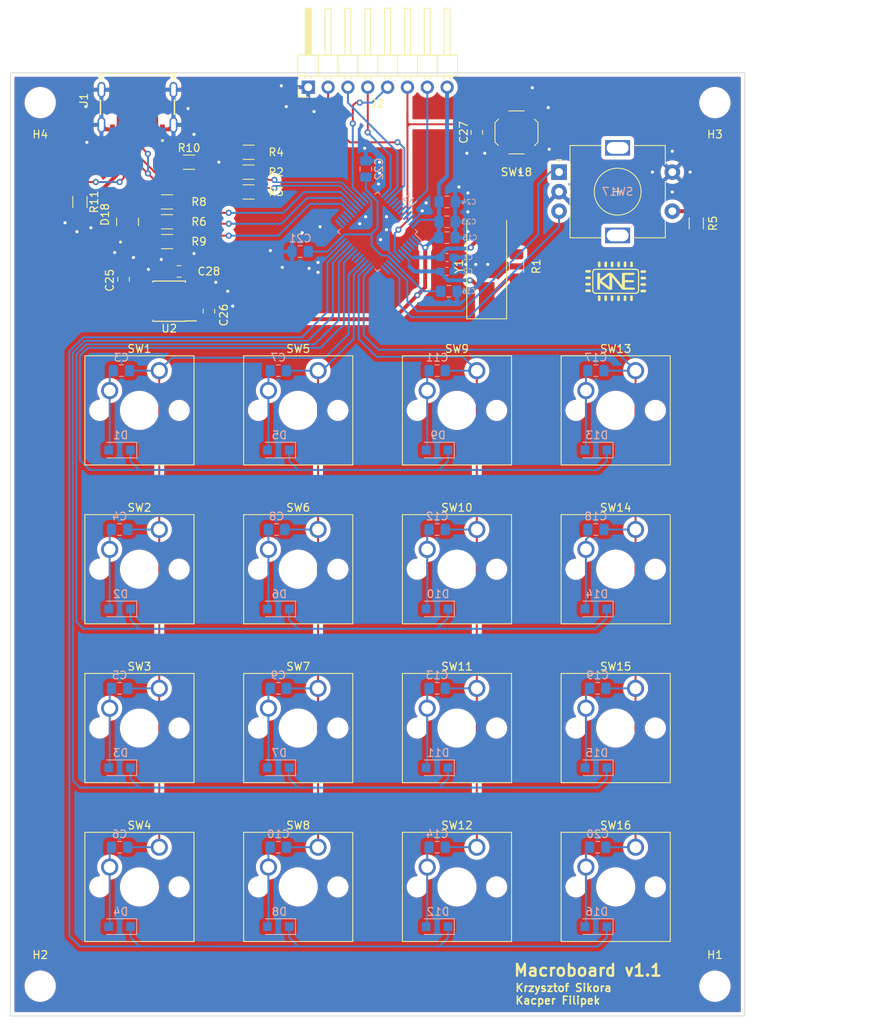
<source format=kicad_pcb>
(kicad_pcb (version 20211014) (generator pcbnew)
  (layers (0 "F.Cu" signal) (31 "B.Cu" signal) (34 "B.Paste" user) (35 "F.Paste" user) (36 "B.SilkS" user "B.Silkscreen") (37 "F.SilkS" user "F.Silkscreen") (38 "B.Mask" user) (39 "F.Mask" user) (44 "Edge.Cuts" user))
  (net 0 "")
  (net 1 "GND")
  (net 2 "Crystal+")
  (net 3 "Crystal-")
  (net 4 "COL0")
  (net 5 "Net-(C3-Pad2)")
  (net 6 "Net-(C4-Pad2)")
  (net 7 "Net-(C5-Pad2)")
  (net 8 "Net-(C6-Pad2)")
  (net 9 "COL1")
  (net 10 "Net-(C7-Pad2)")
  (net 11 "Net-(C8-Pad2)")
  (net 12 "Net-(C9-Pad2)")
  (net 13 "Net-(C10-Pad2)")
  (net 14 "COL2")
  (net 15 "Net-(C11-Pad2)")
  (net 16 "Net-(C12-Pad2)")
  (net 17 "Net-(C13-Pad2)")
  (net 18 "Net-(C14-Pad2)")
  (net 19 "VBAT")
  (net 20 "COL3")
  (net 21 "Net-(C17-Pad2)")
  (net 22 "Net-(C18-Pad2)")
  (net 23 "Net-(C19-Pad2)")
  (net 24 "Net-(C20-Pad2)")
  (net 25 "+5V")
  (net 26 "ROW0")
  (net 27 "ROW1")
  (net 28 "ROW2")
  (net 29 "ROW3")
  (net 30 "Net-(D18-Pad1)")
  (net 31 "Net-(D18-Pad3)")
  (net 32 "JTDO")
  (net 33 "JTDI")
  (net 34 "SWCLK")
  (net 35 "SWDIO")
  (net 36 "NRST")
  (net 37 "BOOT0")
  (net 38 "USBD+")
  (net 39 "USBD-")
  (net 40 "Net-(R5-Pad2)")
  (net 41 "led_blue")
  (net 42 "/DP")
  (net 43 "led_green")
  (net 44 "led_red")
  (net 45 "RotaryA")
  (net 46 "RotaryB")
  (net 62 "Net-(C28-Pad1)")
  (net 63 "Net-(D18-Pad2)")
  (net 64 "Net-(J1-PadA5)")
  (net 65 "/DN")
  (net 68 "Net-(J1-PadB5)")
  (footprint "Resistor_SMD:R_1206_3216Metric_Pad1.30x1.75mm_HandSolder" (layer "F.Cu") (at 104.2924 59.904 90)
    (fp_text reference "R5")
    (fp_text value "1k")
  )
  (footprint "Capacitor_SMD:C_0805_2012Metric_Pad1.18x1.45mm_HandSolder" (layer "F.Cu") (at 38.1 66.04 180)
    (fp_text reference "C28")
    (fp_text value "470p")
  )
  (footprint "Resistor_SMD:R_1206_3216Metric_Pad1.30x1.75mm_HandSolder" (layer "F.Cu") (at 36.55 57.15 180)
    (fp_text reference "R8")
    (fp_text value "100")
  )
  (footprint "Resistor_SMD:R_1206_3216Metric_Pad1.30x1.75mm_HandSolder" (layer "F.Cu") (at 81.28 65.405 -90)
    (fp_text reference "R1")
    (fp_text value "1M")
  )
  (footprint "Connector_PinHeader_2.54mm:PinHeader_1x08_P2.54mm_Horizontal" (layer "F.Cu") (at 54.625 42.475 90)
    (fp_text reference "J2")
    (fp_text value "Conn_01x08_Male")
  )
  (footprint "USB4800:GCT_USB4800-03-A_REVA" (layer "F.Cu") (at 32.766 42.799 180)
    (fp_text reference "J1")
    (fp_text value "USB4800-03-A_REVA")
  )
  (footprint "LED_RGB:LED_AAA3528LSEKJ3ZGKQBKS" (layer "F.Cu") (at 31.496 59.69 90)
    (fp_text reference "D18")
    (fp_text value "LED_RBGA")
  )
  (footprint "Button_Switch_SMD:SW_SPST_TL3342" (layer "F.Cu") (at 81.28 48.26 90)
    (fp_text reference "SW18")
    (fp_text value "SW_Push")
  )
  (footprint "Crystal:Crystal_SMD_HC49-SD" (layer "F.Cu") (at 77.47 65.405 90)
    (fp_text reference "Y1")
    (fp_text value "8MHz")
  )
  (footprint "Button_Switch_Keyboard:SW_Cherry_MX_1.00u_PCB" (layer "F.Cu") (at 76.2 78.74)
    (fp_text reference "SW9")
    (fp_text value "SW_Push")
  )
  (footprint "Button_Switch_Keyboard:SW_Cherry_MX_1.00u_PCB" (layer "F.Cu") (at 76.2 139.7)
    (fp_text reference "SW12")
    (fp_text value "SW_Push")
  )
  (footprint "Logo:logo" (layer "F.Cu") (at 93.98 67.31)
    (fp_text reference "G***" hide)
    (fp_text value "LOGO" hide)
  )
  (footprint "Button_Switch_Keyboard:SW_Cherry_MX_1.00u_PCB" (layer "F.Cu") (at 76.2 99.06)
    (fp_text reference "SW10")
    (fp_text value "SW_Push")
  )
  (footprint "Resistor_SMD:R_1206_3216Metric_Pad1.30x1.75mm_HandSolder" (layer "F.Cu") (at 25.4 57.15 -90)
    (fp_text reference "R11")
    (fp_text value "4.7k")
  )
  (footprint "Package_SO:PowerIntegrations_SO-8" (layer "F.Cu") (at 36.83 69.85 180)
    (fp_text reference "U2")
    (fp_text value "TC1263-33")
  )
  (footprint "Button_Switch_Keyboard:SW_Cherry_MX_1.00u_PCB" (layer "F.Cu") (at 96.52 139.7)
    (fp_text reference "SW16")
    (fp_text value "SW_Push")
  )
  (footprint "Resistor_SMD:R_1206_3216Metric_Pad1.30x1.75mm_HandSolder" (layer "F.Cu") (at 36.55 59.69 180)
    (fp_text reference "R6")
    (fp_text value "100")
  )
  (footprint "Resistor_SMD:R_1206_3216Metric_Pad1.30x1.75mm_HandSolder" (layer "F.Cu") (at 36.55 62.23 180)
    (fp_text reference "R9")
    (fp_text value "150")
  )
  (footprint "Button_Switch_Keyboard:SW_Cherry_MX_1.00u_PCB" (layer "F.Cu") (at 96.52 99.06)
    (fp_text reference "SW14")
    (fp_text value "SW_Push")
  )
  (footprint "MountingHole:MountingHole_3mm" (layer "F.Cu") (at 20.32 157.48)
    (fp_text reference "H2")
    (fp_text value "MountingHole")
  )
  (footprint "Resistor_SMD:R_1206_3216Metric_Pad1.30x1.75mm_HandSolder" (layer "F.Cu") (at 39.37 52.07)
    (fp_text reference "R10")
    (fp_text value "4.7k")
  )
  (footprint "Button_Switch_Keyboard:SW_Cherry_MX_1.00u_PCB" (layer "F.Cu") (at 55.88 78.74)
    (fp_text reference "SW5")
    (fp_text value "SW_Push")
  )
  (footprint "Resistor_SMD:R_1206_3216Metric_Pad1.30x1.75mm_HandSolder" (layer "F.Cu") (at 46.99 50.8)
    (fp_text reference "R4")
    (fp_text value "4.7k")
  )
  (footprint "MountingHole:MountingHole_3mm" (layer "F.Cu") (at 106.68 44.45)
    (fp_text reference "H3")
    (fp_text value "MountingHole")
  )
  (footprint "Button_Switch_Keyboard:SW_Cherry_MX_1.00u_PCB" (layer "F.Cu") (at 35.56 119.38)
    (fp_text reference "SW3")
    (fp_text value "SW_Push")
  )
  (footprint "Rotary_Encoder:RotaryEncoder_Alps_EC11E-Switch_Vertical_H20mm" (layer "F.Cu") (at 86.73 53.34)
    (fp_text reference "SW17")
    (fp_text value "RotaryEncoder_Switch")
  )
  (footprint "Capacitor_SMD:C_0805_2012Metric_Pad1.18x1.45mm_HandSolder" (layer "F.Cu") (at 41.91 71.12 90)
    (fp_text reference "C26")
    (fp_text value "1u")
  )
  (footprint "MountingHole:MountingHole_3mm" (layer "F.Cu") (at 20.32 44.45)
    (fp_text reference "H4")
    (fp_text value "MountingHole")
  )
  (footprint "Button_Switch_Keyboard:SW_Cherry_MX_1.00u_PCB" (layer "F.Cu") (at 35.56 139.7)
    (fp_text reference "SW4")
    (fp_text value "SW_Push")
  )
  (footprint "Button_Switch_Keyboard:SW_Cherry_MX_1.00u_PCB" (layer "F.Cu") (at 35.56 78.74)
    (fp_text reference "SW1")
    (fp_text value "SW_Push")
  )
  (footprint "Button_Switch_Keyboard:SW_Cherry_MX_1.00u_PCB" (layer "F.Cu") (at 96.52 119.38)
    (fp_text reference "SW15")
    (fp_text value "SW_Push")
  )
  (footprint "Button_Switch_Keyboard:SW_Cherry_MX_1.00u_PCB" (layer "F.Cu") (at 76.2 119.38)
    (fp_text reference "SW11")
    (fp_text value "SW_Push")
  )
  (footprint "Button_Switch_Keyboard:SW_Cherry_MX_1.00u_PCB" (layer "F.Cu") (at 96.52 78.74)
    (fp_text reference "SW13")
    (fp_text value "SW_Push")
  )
  (footprint "Button_Switch_Keyboard:SW_Cherry_MX_1.00u_PCB" (layer "F.Cu") (at 55.88 139.7)
    (fp_text reference "SW8")
    (fp_text value "SW_Push")
  )
  (footprint "Resistor_SMD:R_1206_3216Metric_Pad1.30x1.75mm_HandSolder" (layer "F.Cu") (at 46.99 53.34)
    (fp_text reference "R2")
    (fp_text value "20")
  )
  (footprint "Capacitor_SMD:C_0805_2012Metric_Pad1.18x1.45mm_HandSolder" (layer "F.Cu") (at 30.988 67.056 90)
    (fp_text reference "C25")
    (fp_text value "1u")
  )
  (footprint "MountingHole:MountingHole_3mm" (layer "F.Cu") (at 106.68 157.48)
    (fp_text reference "H1")
    (fp_text value "MountingHole")
  )
  (footprint "Capacitor_SMD:C_0805_2012Metric_Pad1.18x1.45mm_HandSolder" (layer "F.Cu") (at 76.2 48.26 90)
    (fp_text reference "C27")
    (fp_text value "100n")
  )
  (footprint "Button_Switch_Keyboard:SW_Cherry_MX_1.00u_PCB" (layer "F.Cu") (at 55.88 119.38)
    (fp_text reference "SW7")
    (fp_text value "SW_Push")
  )
  (footprint "Button_Switch_Keyboard:SW_Cherry_MX_1.00u_PCB" (layer "F.Cu") (at 35.56 99.06)
    (fp_text reference "SW2")
    (fp_text value "SW_Push")
  )
  (footprint "Button_Switch_Keyboard:SW_Cherry_MX_1.00u_PCB" (layer "F.Cu") (at 55.88 99.06)
    (fp_text reference "SW6")
    (fp_text value "SW_Push")
  )
  (footprint "Resistor_SMD:R_1206_3216Metric_Pad1.30x1.75mm_HandSolder" (layer "F.Cu") (at 46.99 55.88 180)
    (fp_text reference "R3")
    (fp_text value "20")
  )
  (footprint "Capacitor_SMD:C_0805_2012Metric_Pad1.18x1.45mm_HandSolder" (layer "B.Cu") (at 91.6725 139.7 180)
    (fp_text reference "C20")
    (fp_text value "C")
  )
  (footprint "Diode_SMD:D_SOD-123F" (layer "B.Cu") (at 50.8 109.22 180)
    (fp_text reference "D6")
    (fp_text value "D")
  )
  (footprint "Capacitor_SMD:C_0805_2012Metric_Pad1.18x1.45mm_HandSolder" (layer "B.Cu") (at 30.48 139.7 180)
    (fp_text reference "C6")
    (fp_text value "C")
  )
  (footprint "Capacitor_SMD:C_0805_2012Metric_Pad1.18x1.45mm_HandSolder" (layer "B.Cu") (at 91.6725 119.38 180)
    (fp_text reference "C19")
    (fp_text value "C")
  )
  (footprint "Capacitor_SMD:C_0805_2012Metric_Pad1.18x1.45mm_HandSolder" (layer "B.Cu") (at 72.39 57.15)
    (fp_text reference "C24")
    (fp_text value "4.7u")
  )
  (footprint "Diode_SMD:D_SOD-123F" (layer "B.Cu") (at 71.12 109.22 180)
    (fp_text reference "D10")
    (fp_text value "D")
  )
  (footprint "Capacitor_SMD:C_0805_2012Metric_Pad1.18x1.45mm_HandSolder" (layer "B.Cu") (at 50.8 78.74 180)
    (fp_text reference "C7")
    (fp_text value "C")
  )
  (footprint "Diode_SMD:D_SOD-123F" (layer "B.Cu") (at 50.8 88.9 180)
    (fp_text reference "D5")
    (fp_text value "D")
  )
  (footprint "Diode_SMD:D_SOD-123F" (layer "B.Cu") (at 50.8 149.86 180)
    (fp_text reference "D8")
    (fp_text value "D")
  )
  (footprint "Capacitor_SMD:C_0805_2012Metric_Pad1.18x1.45mm_HandSolder" (layer "B.Cu") (at 71.12 78.74 180)
    (fp_text reference "C11")
    (fp_text value "C")
  )
  (footprint "Capacitor_SMD:C_0805_2012Metric_Pad1.18x1.45mm_HandSolder" (layer "B.Cu") (at 72.39 61.722)
    (fp_text reference "C15")
    (fp_text value "10n")
  )
  (footprint "Capacitor_SMD:C_0805_2012Metric_Pad1.18x1.45mm_HandSolder" (layer "B.Cu") (at 72.39 59.69)
    (fp_text reference "C23")
    (fp_text value "100n")
  )
  (footprint "Capacitor_SMD:C_0603_1608Metric_Pad1.08x0.95mm_HandSolder" (layer "B.Cu") (at 72.39 66.04 180)
    (fp_text reference "C2")
    (fp_text value "20p")
  )
  (footprint "Diode_SMD:D_SOD-123F" (layer "B.Cu") (at 50.8 129.54 180)
    (fp_text reference "D7")
    (fp_text value "D")
  )
  (footprint "Capacitor_SMD:C_0805_2012Metric_Pad1.18x1.45mm_HandSolder" (layer "B.Cu") (at 53.594 63.5 180)
    (fp_text reference "C21")
    (fp_text value "100n")
  )
  (footprint "Diode_SMD:D_SOD-123F" (layer "B.Cu") (at 91.44 88.9 180)
    (fp_text reference "D13")
    (fp_text value "D")
  )
  (footprint "Package_QFP:LQFP-48_7x7mm_P0.5mm" (layer "B.Cu") (at 63.5 60.96 135)
    (fp_text reference "U1")
    (fp_text value "STM32F103C6Tx")
  )
  (footprint "Capacitor_SMD:C_0805_2012Metric_Pad1.18x1.45mm_HandSolder" (layer "B.Cu") (at 71.12 139.7 180)
    (fp_text reference "C14")
    (fp_text value "C")
  )
  (footprint "Diode_SMD:D_SOD-123F" (layer "B.Cu") (at 30.48 88.9 180)
    (fp_text reference "D1")
    (fp_text value "D")
  )
  (footprint "Capacitor_SMD:C_0805_2012Metric_Pad1.18x1.45mm_HandSolder" (layer "B.Cu") (at 50.5675 99.06 180)
    (fp_text reference "C8")
    (fp_text value "C")
  )
  (footprint "Capacitor_SMD:C_0805_2012Metric_Pad1.18x1.45mm_HandSolder" (layer "B.Cu") (at 30.48 119.38 180)
    (fp_text reference "C5")
    (fp_text value "C")
  )
  (footprint "Capacitor_SMD:C_0805_2012Metric_Pad1.18x1.45mm_HandSolder" (layer "B.Cu") (at 30.48 99.06 180)
    (fp_text reference "C4")
    (fp_text value "C")
  )
  (footprint "Capacitor_SMD:C_0805_2012Metric_Pad1.18x1.45mm_HandSolder" (layer "B.Cu") (at 30.7125 78.74 180)
    (fp_text reference "C3")
    (fp_text value "C")
  )
  (footprint "Diode_SMD:D_SOD-123F" (layer "B.Cu") (at 30.48 109.22 180)
    (fp_text reference "D2")
    (fp_text value "D")
  )
  (footprint "Capacitor_SMD:C_0805_2012Metric_Pad1.18x1.45mm_HandSolder" (layer "B.Cu") (at 71.12 99.06 180)
    (fp_text reference "C12")
    (fp_text value "C")
  )
  (footprint "Capacitor_SMD:C_0805_2012Metric_Pad1.18x1.45mm_HandSolder" (layer "B.Cu") (at 91.44 99.06 180)
    (fp_text reference "C18")
    (fp_text value "C")
  )
  (footprint "Capacitor_SMD:C_0805_2012Metric_Pad1.18x1.45mm_HandSolder" (layer "B.Cu") (at 91.44 78.74 180)
    (fp_text reference "C17")
    (fp_text value "C")
  )
  (footprint "Capacitor_SMD:C_0805_2012Metric_Pad1.18x1.45mm_HandSolder" (layer "B.Cu") (at 72.6225 68.58)
    (fp_text reference "C16")
    (fp_text value "10n")
  )
  (footprint "Capacitor_SMD:C_0805_2012Metric_Pad1.18x1.45mm_HandSolder" (layer "B.Cu") (at 50.8 139.7 180)
    (fp_text reference "C10")
    (fp_text value "C")
  )
  (footprint "Diode_SMD:D_SOD-123F" (layer "B.Cu") (at 91.44 129.54 180)
    (fp_text reference "D15")
    (fp_text value "D")
  )
  (footprint "Capacitor_SMD:C_0603_1608Metric_Pad1.08x0.95mm_HandSolder" (layer "B.Cu") (at 72.39 64.262 180)
    (fp_text reference "C1")
    (fp_text value "20p")
  )
  (footprint "Diode_SMD:D_SOD-123F" (layer "B.Cu") (at 30.48 149.86 180)
    (fp_text reference "D4")
    (fp_text value "D")
  )
  (footprint "Diode_SMD:D_SOD-123F" (layer "B.Cu") (at 30.48 129.54 180)
    (fp_text reference "D3")
    (fp_text value "D")
  )
  (footprint "Diode_SMD:D_SOD-123F" (layer "B.Cu") (at 91.44 149.86 180)
    (fp_text reference "D16")
    (fp_text value "D")
  )
  (footprint "Capacitor_SMD:C_0805_2012Metric_Pad1.18x1.45mm_HandSolder" (layer "B.Cu") (at 61.9975 52.9375 90)
    (fp_text reference "C22")
    (fp_text value "100n")
  )
  (footprint "Diode_SMD:D_SOD-123F" (layer "B.Cu") (at 91.44 109.22 180)
    (fp_text reference "D14")
    (fp_text value "D")
  )
  (footprint "Diode_SMD:D_SOD-123F" (layer "B.Cu") (at 71.12 149.86 180)
    (fp_text reference "D12")
    (fp_text value "D")
  )
  (footprint "Diode_SMD:D_SOD-123F" (layer "B.Cu") (at 71.12 88.9 180)
    (fp_text reference "D9")
    (fp_text value "D")
  )
  (footprint "Diode_SMD:D_SOD-123F" (layer "B.Cu") (at 71.12 129.54 180)
    (fp_text reference "D11")
    (fp_text value "D")
  )
  (footprint "Capacitor_SMD:C_0805_2012Metric_Pad1.18x1.45mm_HandSolder" (layer "B.Cu") (at 50.8 119.38 180)
    (fp_text reference "C9")
    (fp_text value "C")
  )
  (footprint "Capacitor_SMD:C_0805_2012Metric_Pad1.18x1.45mm_HandSolder" (layer "B.Cu") (at 71.12 119.38 180)
    (fp_text reference "C13")
    (fp_text value "C")
  )
  (gr_rect (start 16.51 40.64) (end 110.49 161.29) (layer "Edge.Cuts") (width 0.1) (fill none))
  (gr_text "Macroboard v1.1" (at 90.424 155.448) (layer "F.SilkS") (effects (font (size 1.5 1.5) (thickness 0.3))))
  (gr_text "Krzysztof Sikora\nKacper Filipek" (at 81.026 158.496) (layer "F.SilkS") (effects (font (size 1 1) (thickness 0.2)) (justify left)))
  (segment (start 29.566 47.874) (end 28.731 47.874) (width 0.5) (layer "F.Cu") (net 1))
  (segment (start 39.555 70.485) (end 41.5075 70.485) (width 0.5) (layer "F.Cu") (net 1))
  (segment (start 36.801 47.874) (end 37.376 47.299) (width 0.5) (layer "F.Cu") (net 1))
  (segment (start 28.731 47.874) (end 28.156 47.299) (width 0.5) (layer "F.Cu") (net 1))
  (segment (start 41.5075 70.485) (end 41.91 70.0825) (width 0.5) (layer "F.Cu") (net 1))
  (segment (start 40.92 52.07) (end 43.18 52.07) (width 0.25) (layer "F.Cu") (net 1))
  (segment (start 35.966 47.874) (end 36.801 47.874) (width 0.5) (layer "F.Cu") (net 1))
  (via (at 69.215 58.293) (size 0.8) (drill 0.4) (layers "F.Cu" "B.Cu") (net 1))
  (via (at 75.057 56.007) (size 0.8) (drill 0.4) (layers "F.Cu" "B.Cu") (net 1))
  (via (at 54.737 65.659) (size 0.8) (drill 0.4) (layers "F.Cu" "B.Cu") (net 1))
  (via (at 64.643 60.706) (size 0.8) (drill 0.4) (layers "F.Cu" "B.Cu") (net 1))
  (via (at 98.679 53.34) (size 0.8) (drill 0.4) (layers "F.Cu" "B.Cu") (net 1))
  (via (at 76.073 65.151) (size 0.8) (drill 0.4) (layers "F.Cu" "B.Cu") (net 1))
  (via (at 77.597 65.151) (size 0.8) (drill 0.4) (layers "F.Cu" "B.Cu") (net 1))
  (via (at 74.803 65.151) (size 0.8) (drill 0.4) (layers "F.Cu" "B.Cu") (net 1))
  (via (at 43.18 52.07) (size 0.8) (drill 0.4) (layers "F.Cu" "B.Cu") (net 1))
  (via (at 26.797 60.452) (size 0.8) (drill 0.4) (layers "F.Cu" "B.Cu") (net 1))
  (via (at 101.219 50.673) (size 0.8) (drill 0.4) (layers "F.Cu" "B.Cu") (net 1))
  (via (at 77.216 50.927) (size 0.8) (drill 0.4) (layers "F.Cu" "B.Cu") (net 1))
  (via (at 32.258 64.262) (size 0.8) (drill 0.4) (layers "F.Cu" "B.Cu") (net 1))
  (via (at 63.754 53.467) (size 0.8) (drill 0.4) (layers "F.Cu" "B.Cu") (net 1))
  (via (at 51.181 42.291) (size 0.8) (drill 0.4) (layers "F.Cu" "B.Cu") (net 1))
  (via (at 69.723 57.277) (size 0.8) (drill 0.4) (layers "F.Cu" "B.Cu") (net 1))
  (via (at 101.219 55.88) (size 0.8) (drill 0.4) (layers "F.Cu" "B.Cu") (net 1))
  (via (at 64.643 59.055) (size 0.8) (drill 0.4) (layers "F.Cu" "B.Cu") (net 1))
  (via (at 61.214 59.944) (size 0.8) (drill 0.4) (layers "F.Cu" "B.Cu") (net 1))
  (via (at 73.914 55.245) (size 0.8) (drill 0.4) (layers "F.Cu" "B.Cu") (net 1))
  (via (at 61.849 50.292) (size 0.8) (drill 0.4) (layers "F.Cu" "B.Cu") (net 1))
  (via (at 44.958 70.485) (size 0.8) (drill 0.4) (layers "F.Cu" "B.Cu") (net 1))
  (via (at 63.754 52.07) (size 0.8) (drill 0.4) (layers "F.Cu" "B.Cu") (net 1))
  (via (at 25.019 60.96) (size 0.8) (drill 0.4) (layers "F.Cu" "B.Cu") (net 1))
  (via (at 35.814 64.516) (size 0.8) (drill 0.4) (layers "F.Cu" "B.Cu") (net 1))
  (via (at 75.057 58.42) (size 0.8) (drill 0.4) (layers "F.Cu" "B.Cu") (net 1))
  (via (at 61.976 59.055) (size 0.8) (drill 0.4) (layers "F.Cu" "B.Cu") (net 1))
  (via (at 39.243 45.212) (size 0.8) (drill 0.4) (layers "F.Cu" "B.Cu") (net 1))
  (via (at 74.93 50.927) (size 0.8) (drill 0.4) (layers "F.Cu" "B.Cu") (net 1))
  (via (at 40.005 63.754) (size 0.8) (drill 0.4) (layers "F.Cu" "B.Cu") (net 1))
  (via (at 26.289 49.53) (size 0.8) (drill 0.4) (layers "F.Cu" "B.Cu") (net 1))
  (via (at 55.88 64.897) (size 0.8) (drill 0.4) (layers "F.Cu" "B.Cu") (net 1))
  (via (at 63.627 54.864) (size 0.8) (drill 0.4) (layers "F.Cu" "B.Cu") (net 1))
  (via (at 44.323 68.58) (size 0.8) (drill 0.4) (layers "F.Cu" "B.Cu") (net 1))
  (via (at 40.005 48.514) (size 0.8) (drill 0.4) (layers "F.Cu" "B.Cu") (net 1))
  (via (at 26.162 44.958) (size 0.8) (drill 0.4) (layers "F.Cu" "B.Cu") (net 1))
  (via (at 42.799 67.437) (size 0.8) (drill 0.4) (layers "F.Cu" "B.Cu") (net 1))
  (via (at 103.505 53.34) (size 0.8) (drill 0.4) (layers "F.Cu" "B.Cu") (net 1))
  (via (at 85.344 45.085) (size 0.8) (drill 0.4) (layers "F.Cu" "B.Cu") (net 1))
  (via (at 23.495 59.817) (size 0.8) (drill 0.4) (layers "F.Cu" "B.Cu") (net 1))
  (via (at 83.312 42.545) (size 0.8) (drill 0.4) (layers "F.Cu" "B.Cu") (net 1))
  (via (at 56.134 60.325) (size 0.8) (drill 0.4) (layers "F.Cu" "B.Cu") (net 1))
  (via (at 85.471 50.419) (size 0.8) (drill 0.4) (layers "F.Cu" "B.Cu") (net 1))
  (via (at 49.784 63.373) (size 0.8) (drill 0.4) (layers "F.Cu" "B.Cu") (net 1))
  (via (at 53.848 61.087) (size 0.8) (drill 0.4) (layers "F.Cu" "B.Cu") (net 1))
  (via (at 29.845 63.627) (size 0.8) (drill 0.4) (layers "F.Cu" "B.Cu") (net 1))
  (via (at 63.881 61.976) (size 0.8) (drill 0.4) (layers "F.Cu" "B.Cu") (net 1))
  (via (at 51.308 65.532) (size 0.8) (drill 0.4) (layers "F.Cu" "B.Cu") (net 1))
  (via (at 34.163 65.786) (size 0.8) (drill 0.4) (layers "F.Cu" "B.Cu") (net 1))
  (via (at 75.057 60.96) (size 0.8) (drill 0.4) (layers "F.Cu" "B.Cu") (net 1))
  (via (at 55.372 45.593) (size 0.8) (drill 0.4) (layers "F.Cu" "B.Cu") (net 1))
  (via (at 81.788 53.34) (size 0.8) (drill 0.4) (layers "F.Cu" "B.Cu") (net 1))
  (via (at 55.88 66.167) (size 0.8) (drill 0.4) (layers "F.Cu" "B.Cu") (net 1))
  (via (at 51.816 44.958) (size 0.8) (drill 0.4) (layers "F.Cu" "B.Cu") (net 1))
  (segment (start 74.7395 65.2145) (end 73.2155 65.2145) (width 0.25) (layer "B.Cu") (net 1))
  (segment (start 73.2525 64.262) (end 73.2525 65.1245) (width 0.25) (layer "B.Cu") (net 1))
  (segment (start 62.715596 56.993616) (end 62.147658 56.425678) (width 0.25) (layer "B.Cu") (net 1))
  (segment (start 56.38102 64.897) (end 58.965678 62.312342) (width 0.25) (layer "B.Cu") (net 1))
  (segment (start 62.715596 58.315404) (end 62.715596 56.993616) (width 0.25) (layer "B.Cu") (net 1))
  (segment (start 61.976 59.055) (end 62.715596 58.315404) (width 0.25) (layer "B.Cu") (net 1))
  (segment (start 73.2525 65.1245) (end 73.279 65.151) (width 0.25) (layer "B.Cu") (net 1))
  (segment (start 74.803 65.151) (end 74.7395 65.2145) (width 0.25) (layer "B.Cu") (net 1))
  (segment (start 63.881 62.40166) (end 65.913002 64.433662) (width 0.25) (layer "B.Cu") (net 1))
  (segment (start 69.215 58.42698) (end 68.034322 59.607658) (width 0.25) (layer "B.Cu") (net 1))
  (segment (start 69.215 58.293) (end 69.215 58.42698) (width 0.25) (layer "B.Cu") (net 1))
  (segment (start 73.2525 65.1245) (end 73.2525 66.04) (width 0.25) (layer "B.Cu") (net 1))
  (segment (start 63.881 61.976) (end 63.881 62.40166) (width 0.25) (layer "B.Cu") (net 1))
  (segment (start 55.88 64.897) (end 56.38102 64.897) (width 0.25) (layer "B.Cu") (net 1))
  (segment (start 77.47 61.155) (end 80.17 63.855) (width 0.5) (layer "F.Cu") (net 2))
  (segment (start 80.17 63.855) (end 81.28 63.855) (width 0.5) (layer "F.Cu") (net 2))
  (segment (start 77.148 61.155) (end 77.47 61.155) (width 0.5) (layer "F.Cu") (net 2))
  (segment (start 75.438 62.992) (end 75.438 62.865) (width 0.5) (layer "F.Cu") (net 2))
  (segment (start 75.438 62.865) (end 77.148 61.155) (width 0.5) (layer "F.Cu") (net 2))
  (via (at 75.438 62.992) (size 0.8) (drill 0.4) (layers "F.Cu" "B.Cu") (net 2))
  (segment (start 68.199 64.262) (end 67.86266 64.262) (width 0.25) (layer "B.Cu") (net 2))
  (segment (start 71.5275 63.9815) (end 71.5275 64.262) (width 0.2) (layer "B.Cu") (net 2))
  (segment (start 71.5275 64.262) (end 68.199 64.262) (width 0.5) (layer "B.Cu") (net 2))
  (segment (start 75.311 63.119) (end 72.39 63.119) (width 0.5) (layer "B.Cu") (net 2))
  (segment (start 72.39 63.119) (end 71.5275 63.9815) (width 0.5) (layer "B.Cu") (net 2))
  (segment (start 75.438 62.992) (end 75.311 63.119) (width 0.5) (layer "B.Cu") (net 2))
  (segment (start 67.86266 64.262) (end 66.973662 63.373002) (width 0.25) (layer "B.Cu") (net 2))
  (segment (start 77.275 69.655) (end 77.275 68.893) (width 0.5) (layer "F.Cu") (net 3))
  (segment (start 75.565 67.183) (end 75.311 67.183) (width 0.5) (layer "F.Cu") (net 3))
  (segment (start 77.275 68.893) (end 75.565 67.183) (width 0.5) (layer "F.Cu") (net 3))
  (segment (start 81.28 66.955) (end 80.17 66.955) (width 0.5) (layer "F.Cu") (net 3))
  (segment (start 77.47 69.655) (end 77.275 69.655) (width 0.2) (layer "F.Cu") (net 3))
  (segment (start 80.17 66.955) (end 77.47 69.655) (width 0.5) (layer "F.Cu") (net 3))
  (via (at 75.311 67.183) (size 0.8) (drill 0.4) (layers "F.Cu" "B.Cu") (net 3))
  (segment (start 68.199 66.04) (end 67.564 65.405) (width 0.5) (layer "B.Cu") (net 3))
  (segment (start 67.564 64.643) (end 66.647555 63.726555) (width 0.25) (layer "B.Cu") (net 3))
  (segment (start 71.5275 66.04) (end 68.199 66.04) (width 0.5) (layer "B.Cu") (net 3))
  (segment (start 75.311 67.183) (end 72.517 67.183) (width 0.5) (layer "B.Cu") (net 3))
  (segment (start 71.5275 66.1935) (end 71.5275 66.04) (width 0.5) (layer "B.Cu") (net 3))
  (segment (start 72.517 67.183) (end 71.5275 66.1935) (width 0.5) (layer "B.Cu") (net 3))
  (segment (start 67.564 65.405) (end 67.564 64.643) (width 0.25) (layer "B.Cu") (net 3))
  (segment (start 66.647555 63.726555) (end 66.620109 63.726555) (width 0.25) (layer "B.Cu") (net 3))
  (segment (start 35.56 78.74) (end 35.56 99.06) (width 0.25) (layer "F.Cu") (net 4))
  (segment (start 35.56 119.38) (end 35.56 139.7) (width 0.25) (layer "F.Cu") (net 4))
  (segment (start 35.56 99.06) (end 35.56 119.38) (width 0.25) (layer "F.Cu") (net 4))
  (segment (start 31.5175 99.06) (end 35.56 99.06) (width 0.25) (layer "B.Cu") (net 4))
  (segment (start 59.817 74.041) (end 56.769 77.089) (width 0.25) (layer "B.Cu") (net 4))
  (segment (start 31.75 78.74) (end 35.56 78.74) (width 0.25) (layer "B.Cu") (net 4))
  (segment (start 31.5175 119.38) (end 35.56 119.38) (width 0.25) (layer "B.Cu") (net 4))
  (segment (start 59.817 66.410766) (end 59.817 74.041) (width 0.25) (layer "B.Cu") (net 4))
  (segment (start 61.440551 64.787215) (end 59.817 66.410766) (width 0.25) (layer "B.Cu") (net 4))
  (segment (start 56.769 77.089) (end 37.211 77.089) (width 0.25) (layer "B.Cu") (net 4))
  (segment (start 31.5175 139.7) (end 35.56 139.7) (width 0.25) (layer "B.Cu") (net 4))
  (segment (start 37.211 77.089) (end 35.56 78.74) (width 0.25) (layer "B.Cu") (net 4))
  (segment (start 29.21 81.28) (end 29.21 88.77) (width 0.25) (layer "B.Cu") (net 5))
  (segment (start 29.21 88.77) (end 29.08 88.9) (width 0.25) (layer "B.Cu") (net 5))
  (segment (start 29.675 78.74) (end 29.21 79.205) (width 0.25) (layer "B.Cu") (net 5))
  (segment (start 29.21 79.205) (end 29.21 81.28) (width 0.25) (layer "B.Cu") (net 5))
  (segment (start 29.21 99.2925) (end 29.21 101.6) (width 0.25) (layer "B.Cu") (net 6))
  (segment (start 29.21 109.09) (end 29.08 109.22) (width 0.25) (layer "B.Cu") (net 6))
  (segment (start 29.4425 99.06) (end 29.21 99.2925) (width 0.25) (layer "B.Cu") (net 6))
  (segment (start 29.21 101.6) (end 29.21 109.09) (width 0.25) (layer "B.Cu") (net 6))
  (segment (start 29.21 129.41) (end 29.08 129.54) (width 0.25) (layer "B.Cu") (net 7))
  (segment (start 29.21 119.6125) (end 29.21 121.92) (width 0.25) (layer "B.Cu") (net 7))
  (segment (start 29.21 121.92) (end 29.21 129.41) (width 0.25) (layer "B.Cu") (net 7))
  (segment (start 29.4425 119.38) (end 29.21 119.6125) (width 0.25) (layer "B.Cu") (net 7))
  (segment (start 29.21 142.24) (end 29.21 149.73) (width 0.25) (layer "B.Cu") (net 8))
  (segment (start 29.21 149.73) (end 29.08 149.86) (width 0.25) (layer "B.Cu") (net 8))
  (segment (start 29.4425 139.7) (end 29.21 139.9325) (width 0.25) (layer "B.Cu") (net 8))
  (segment (start 29.21 139.9325) (end 29.21 142.24) (width 0.25) (layer "B.Cu") (net 8))
  (segment (start 55.88 139.7) (end 55.88 119.38) (width 0.25) (layer "F.Cu") (net 9))
  (segment (start 55.88 99.06) (end 55.88 78.74) (width 0.25) (layer "F.Cu") (net 9))
  (segment (start 55.88 119.38) (end 55.88 99.06) (width 0.25) (layer "F.Cu") (net 9))
  (segment (start 51.8375 78.74) (end 55.88 78.74) (width 0.25) (layer "B.Cu") (net 9))
  (segment (start 51.605 99.06) (end 55.88 99.06) (width 0.25) (layer "B.Cu") (net 9))
  (segment (start 56.388 78.74) (end 55.88 78.74) (width 0.25) (layer "B.Cu") (net 9))
  (segment (start 51.8375 139.7) (end 55.88 139.7) (width 0.25) (layer "B.Cu") (net 9))
  (segment (start 60.452 66.482874) (end 60.452 74.676) (width 0.25) (layer "B.Cu") (net 9))
  (segment (start 61.794105 65.140769) (end 60.452 66.482874) (width 0.25) (layer "B.Cu") (net 9))
  (segment (start 60.452 74.676) (end 56.388 78.74) (width 0.25) (layer "B.Cu") (net 9))
  (segment (start 51.8375 119.38) (end 55.88 119.38) (width 0.25) (layer "B.Cu") (net 9))
  (segment (start 49.53 81.28) (end 49.53 88.77) (width 0.25) (layer "B.Cu") (net 10))
  (segment (start 49.7625 78.74) (end 49.53 78.9725) (width 0.25) (layer "B.Cu") (net 10))
  (segment (start 49.53 78.9725) (end 49.53 81.28) (width 0.25) (layer "B.Cu") (net 10))
  (segment (start 49.53 88.77) (end 49.4 88.9) (width 0.25) (layer "B.Cu") (net 10))
  (segment (start 49.53 101.6) (end 49.53 109.22) (width 0.25) (layer "B.Cu") (net 11))
  (segment (start 49.53 99.06) (end 49.53 101.6) (width 0.25) (layer "B.Cu") (net 11))
  (segment (start 49.53 129.41) (end 49.4 129.54) (width 0.25) (layer "B.Cu") (net 12))
  (segment (start 49.53 121.92) (end 49.53 129.41) (width 0.25) (layer "B.Cu") (net 12))
  (segment (start 49.7625 119.38) (end 49.53 119.6125) (width 0.25) (layer "B.Cu") (net 12))
  (segment (start 49.53 119.6125) (end 49.53 121.92) (width 0.25) (layer "B.Cu") (net 12))
  (segment (start 49.53 149.73) (end 49.4 149.86) (width 0.25) (layer "B.Cu") (net 13))
  (segment (start 49.7625 139.7) (end 49.53 139.9325) (width 0.25) (layer "B.Cu") (net 13))
  (segment (start 49.53 142.24) (end 49.53 149.73) (width 0.25) (layer "B.Cu") (net 13))
  (segment (start 49.53 139.9325) (end 49.53 142.24) (width 0.25) (layer "B.Cu") (net 13))
  (segment (start 76.2 99.06) (end 76.2 119.38) (width 0.25) (layer "F.Cu") (net 14))
  (segment (start 76.2 78.74) (end 76.2 99.06) (width 0.25) (layer "F.Cu") (net 14))
  (segment (start 76.2 119.38) (end 76.2 139.7) (width 0.25) (layer "F.Cu") (net 14))
  (segment (start 72.1575 99.06) (end 76.2 99.06) (width 0.25) (layer "B.Cu") (net 14))
  (segment (start 72.1575 78.74) (end 76.2 78.74) (width 0.25) (layer "B.Cu") (net 14))
  (segment (start 74.422 76.962) (end 76.2 78.74) (width 0.25) (layer "B.Cu") (net 14))
  (segment (start 72.1575 139.7) (end 76.2 139.7) (width 0.25) (layer "B.Cu") (net 14))
  (segment (start 62.147658 65.494322) (end 61.087 66.55498) (width 0.25) (layer "B.Cu") (net 14))
  (segment (start 61.087 66.55498) (end 61.087 74.676) (width 0.25) (layer "B.Cu") (net 14))
  (segment (start 63.373 76.962) (end 74.422 76.962) (width 0.25) (layer "B.Cu") (net 14))
  (segment (start 61.087 74.676) (end 63.373 76.962) (width 0.25) (layer "B.Cu") (net 14))
  (segment (start 72.1575 119.38) (end 76.2 119.38) (width 0.25) (layer "B.Cu") (net 14))
  (segment (start 70.0825 78.74) (end 69.85 78.9725) (width 0.25) (layer "B.Cu") (net 15))
  (segment (start 69.85 88.77) (end 69.72 88.9) (width 0.25) (layer "B.Cu") (net 15))
  (segment (start 69.85 78.9725) (end 69.85 81.28) (width 0.25) (layer "B.Cu") (net 15))
  (segment (start 69.85 81.28) (end 69.85 88.77) (width 0.25) (layer "B.Cu") (net 15))
  (segment (start 70.0825 99.06) (end 69.85 99.2925) (width 0.25) (layer "B.Cu") (net 16))
  (segment (start 69.85 99.2925) (end 69.85 101.6) (width 0.25) (layer "B.Cu") (net 16))
  (segment (start 69.85 101.6) (end 69.85 109.09) (width 0.25) (layer "B.Cu") (net 16))
  (segment (start 69.85 109.09) (end 69.72 109.22) (width 0.25) (layer "B.Cu") (net 16))
  (segment (start 69.85 121.92) (end 69.85 129.41) (width 0.25) (layer "B.Cu") (net 17))
  (segment (start 69.85 129.41) (end 69.72 129.54) (width 0.25) (layer "B.Cu") (net 17))
  (segment (start 70.0825 119.38) (end 69.85 119.6125) (width 0.25) (layer "B.Cu") (net 17))
  (segment (start 69.85 119.6125) (end 69.85 121.92) (width 0.25) (layer "B.Cu") (net 17))
  (segment (start 69.85 149.73) (end 69.72 149.86) (width 0.25) (layer "B.Cu") (net 18))
  (segment (start 69.85 139.9325) (end 69.85 142.24) (width 0.25) (layer "B.Cu") (net 18))
  (segment (start 70.0825 139.7) (end 69.85 139.9325) (width 0.25) (layer "B.Cu") (net 18))
  (segment (start 69.85 142.24) (end 69.85 149.73) (width 0.25) (layer "B.Cu") (net 18))
  (segment (start 39.555 71.755) (end 39.936 72.136) (width 0.5) (layer "F.Cu") (net 19))
  (segment (start 69.596 68.072) (end 69.596 62.992) (width 0.5) (layer "F.Cu") (net 19))
  (segment (start 67.564 70.104) (end 68.58 69.088) (width 0.5) (layer "F.Cu") (net 19))
  (segment (start 67.056 73.66) (end 92.0864 73.66) (width 0.5) (layer "F.Cu") (net 19))
  (segment (start 41.8885 72.136) (end 41.91 72.1575) (width 0.25) (layer "F.Cu") (net 19))
  (segment (start 39.936 72.136) (end 41.8885 72.136) (width 0.5) (layer "F.Cu") (net 19))
  (segment (start 68.58 69.088) (end 69.596 68.072) (width 0.5) (layer "F.Cu") (net 19))
  (segment (start 65.5535 72.1575) (end 67.056 73.66) (width 0.5) (layer "F.Cu") (net 19))
  (segment (start 65.0025 72.1575) (end 65.5535 72.1575) (width 0.5) (layer "F.Cu") (net 19))
  (segment (start 65.5105 72.1575) (end 67.564 70.104) (width 0.5) (layer "F.Cu") (net 19))
  (segment (start 92.0864 73.66) (end 104.2924 61.454) (width 0.5) (layer "F.Cu") (net 19))
  (segment (start 65.0025 72.1575) (end 65.5105 72.1575) (width 0.25) (layer "F.Cu") (net 19))
  (segment (start 41.91 72.1575) (end 65.0025 72.1575) (width 0.5) (layer "F.Cu") (net 19))
  (via (at 68.58 69.088) (size 0.8) (drill 0.4) (layers "F.Cu" "B.Cu") (net 19))
  (via (at 69.596 62.992) (size 0.8) (drill 0.4) (layers "F.Cu" "B.Cu") (net 19))
  (segment (start 71.3525 57.15) (end 71.3525 54.8855) (width 0.5) (layer "B.Cu") (net 19))
  (segment (start 69.596 62.992) (end 70.866 61.722) (width 0.5) (layer "B.Cu") (net 19))
  (segment (start 71.585 68.58) (end 69.352234 68.58) (width 0.25) (layer "B.Cu") (net 19))
  (segment (start 71.3525 57.15) (end 71.3525 59.69) (width 0.5) (layer "B.Cu") (net 19))
  (segment (start 62.738 61.214) (end 62.8015 61.1505) (width 0.25) (layer "B.Cu") (net 19))
  (segment (start 68.58 69.088) (end 69.088 68.58) (width 0.25) (layer "B.Cu") (net 19))
  (segment (start 61.9975 55.568412) (end 62.501212 56.072124) (width 0.25) (layer "B.Cu") (net 19))
  (segment (start 61.9975 53.975) (end 61.9975 55.568412) (width 0.25) (layer "B.Cu") (net 19))
  (segment (start 63.5 57.070912) (end 62.501212 56.072124) (width 0.25) (layer "B.Cu") (net 19))
  (segment (start 65.559449 64.787215) (end 64.780234 64.008) (width 0.25) (layer "B.Cu") (net 19))
  (segment (start 62.8015 61.1505) (end 63.5 60.452) (width 0.25) (layer "B.Cu") (net 19))
  (segment (start 58.612124 61.958788) (end 58.589612 61.958788) (width 0.25) (layer "B.Cu") (net 19))
  (segment (start 58.589612 61.958788) (end 57.0484 63.5) (width 0.25) (layer "B.Cu") (net 19))
  (segment (start 71.3525 59.69) (end 71.3525 62.23) (width 0.5) (layer "B.Cu") (net 19))
  (segment (start 62.276103 61.303511) (end 62.648489 61.303511) (width 0.25) (layer "B.Cu") (net 19))
  (segment (start 69.352234 68.58) (end 65.559449 64.787215) (width 0.25) (layer "B.Cu") (net 19))
  (segment (start 62.573511 61.303511) (end 62.276103 61.303511) (width 0.25) (layer "B.Cu") (net 19))
  (segment (start 69.421088 62.992) (end 68.387876 61.958788) (width 0.25) (layer "B.Cu") (net 19))
  (segment (start 62.648489 61.303511) (end 62.8015 61.1505) (width 0.25) (layer "B.Cu") (net 19))
  (segment (start 63.5 60.452) (end 63.5 57.070912) (width 0.25) (layer "B.Cu") (net 19))
  (segment (start 62.738 61.468) (end 62.573511 61.303511) (width 0.25) (layer "B.Cu") (net 19))
  (segment (start 68.913088 59.436) (end 68.387876 59.961212) (width 0.25) (layer "B.Cu") (net 19))
  (segment (start 54.6315 63.5) (end 57.0484 63.5) (width 0.25) (layer "B.Cu") (net 19))
  (segment (start 62.738 61.468) (end 62.738 61.214) (width 0.25) (layer "B.Cu") (net 19))
  (segment (start 72.39 42.49) (end 72.405 42.475) (width 0.25) (layer "B.Cu") (net 19))
  (segment (start 69.596 62.992) (end 69.421088 62.992) (width 0.25) (layer "B.Cu") (net 19))
  (segment (start 64.008 64.008) (end 62.738 62.738) (width 0.25) (layer "B.Cu") (net 19))
  (segment (start 64.780234 64.008) (end 64.008 64.008) (width 0.25) (layer "B.Cu") (net 19))
  (segment (start 58.612124 61.958788) (end 59.267401 61.303511) (width 0.25) (layer "B.Cu") (net 19))
  (segment (start 59.267401 61.303511) (end 62.276103 61.303511) (width 0.25) (layer "B.Cu") (net 19))
  (segment (start 70.866 61.722) (end 71.3525 61.722) (width 0.5) (layer "B.Cu") (net 19))
  (segment (start 72.39 53.848) (end 72.39 42.49) (width 0.5) (layer "B.Cu") (net 19))
  (segment (start 71.3525 59.69) (end 71.0985 59.436) (width 0.25) (layer "B.Cu") (net 19))
  (segment (start 71.0985 59.436) (end 68.913088 59.436) (width 0.25) (layer "B.Cu") (net 19))
  (segment (start 62.738 62.738) (end 62.738 61.468) (width 0.25) (layer "B.Cu") (net 19))
  (segment (start 71.3525 54.8855) (end 72.39 53.848) (width 0.5) (layer "B.Cu") (net 19))
  (segment (start 69.088 68.58) (end 69.352234 68.58) (width 0.25) (layer "B.Cu") (net 19))
  (segment (start 96.52 99.06) (end 96.52 78.74) (width 0.25) (layer "F.Cu") (net 20))
  (segment (start 96.52 119.38) (end 96.52 99.06) (width 0.25) (layer "F.Cu") (net 20))
  (segment (start 96.52 139.7) (end 96.52 119.38) (width 0.25) (layer "F.Cu") (net 20))
  (segment (start 96.52 78.74) (end 93.853 76.073) (width 0.25) (layer "B.Cu") (net 20))
  (segment (start 92.4775 99.06) (end 96.52 99.06) (width 0.25) (layer "B.Cu") (net 20))
  (segment (start 63.627 76.073) (end 61.722 74.168) (width 0.25) (layer "B.Cu") (net 20))
  (segment (start 92.4775 78.74) (end 96.52 78.74) (width 0.25) (layer "B.Cu") (net 20))
  (segment (start 92.71 139.7) (end 96.52 139.7) (width 0.25) (layer "B.Cu") (net 20))
  (segment (start 92.71 119.38) (end 96.52 119.38) (width 0.25) (layer "B.Cu") (net 20))
  (segment (start 62.501212 65.895788) (end 62.501212 65.847876) (width 0.25) (layer "B.Cu") (net 20))
  (segment (start 61.722 74.168) (end 61.722 66.675) (width 0.25) (layer "B.Cu") (net 20))
  (segment (start 61.722 66.675) (end 62.501212 65.895788) (width 0.25) (layer "B.Cu") (net 20))
  (segment (start 93.853 76.073) (end 63.627 76.073) (width 0.25) (layer "B.Cu") (net 20))
  (segment (start 90.4025 78.74) (end 90.17 78.9725) (width 0.25) (layer "B.Cu") (net 21))
  (segment (start 90.17 88.77) (end 90.04 88.9) (width 0.25) (layer "B.Cu") (net 21))
  (segment (start 90.17 81.28) (end 90.17 88.77) (width 0.25) (layer "B.Cu") (net 21))
  (segment (start 90.17 78.9725) (end 90.17 81.28) (width 0.25) (layer "B.Cu") (net 21))
  (segment (start 90.4025 100.0975) (end 90.17 100.33) (width 0.25) (layer "B.Cu") (net 22))
  (segment (start 90.17 101.6) (end 90.17 109.09) (width 0.25) (layer "B.Cu") (net 22))
  (segment (start 90.17 100.33) (end 90.17 101.6) (width 0.25) (layer "B.Cu") (net 22))
  (segment (start 90.4025 99.06) (end 90.4025 100.0975) (width 0.25) (layer "B.Cu") (net 22))
  (segment (start 90.17 109.09) (end 90.04 109.22) (width 0.25) (layer "B.Cu") (net 22))
  (segment (start 90.17 121.92) (end 90.17 129.41) (width 0.25) (layer "B.Cu") (net 23))
  (segment (start 90.17 119.845) (end 90.17 121.92) (width 0.25) (layer "B.Cu") (net 23))
  (segment (start 90.17 129.41) (end 90.04 129.54) (width 0.25) (layer "B.Cu") (net 23))
  (segment (start 90.635 119.38) (end 90.17 119.845) (width 0.25) (layer "B.Cu") (net 23))
  (segment (start 90.17 149.73) (end 90.04 149.86) (width 0.25) (layer "B.Cu") (net 24))
  (segment (start 90.17 142.24) (end 90.17 149.73) (width 0.25) (layer "B.Cu") (net 24))
  (segment (start 90.17 140.165) (end 90.17 142.24) (width 0.25) (layer "B.Cu") (net 24))
  (segment (start 90.635 139.7) (end 90.17 140.165) (width 0.25) (layer "B.Cu") (net 24))
  (segment (start 31.242 69.592) (end 31.242 69.215) (width 0.5) (layer "F.Cu") (net 25))
  (segment (start 27.94 66.675) (end 29.3585 68.0935) (width 0.5) (layer "F.Cu") (net 25))
  (segment (start 31.242 69.215) (end 30.988 68.961) (width 0.5) (layer "F.Cu") (net 25))
  (segment (start 32.221 60.161) (end 32.004 59.944) (width 0.25) (layer "F.Cu") (net 25))
  (segment (start 31.623 69.215) (end 31.242 69.215) (width 0.5) (layer "F.Cu") (net 25))
  (segment (start 28.448 59.944) (end 27.94 59.944) (width 0.25) (layer "F.Cu") (net 25))
  (segment (start 27.94 59.944) (end 27.94 60.452) (width 0.5) (layer "F.Cu") (net 25))
  (segment (start 33.405 71.755) (end 31.8155 70.1655) (width 0.5) (layer "F.Cu") (net 25))
  (segment (start 32.004 69.215) (end 31.623 69.215) (width 0.5) (layer "F.Cu") (net 25))
  (segment (start 30.366 53.454) (end 27.94 55.88) (width 0.5) (layer "F.Cu") (net 25))
  (segment (start 27.94 60.452) (end 27.94 66.675) (width 0.5) (layer "F.Cu") (net 25))
  (segment (start 30.366 46.342) (end 30.366 47.874) (width 0.5) (layer "F.Cu") (net 25))
  (segment (start 34.105 69.215) (end 32.131 69.215) (width 0.5) (layer "F.Cu") (net 25))
  (segment (start 35.166 46.342) (end 34.544 45.72) (width 0.5) (layer "F.Cu") (net 25))
  (segment (start 31.754 69.592) (end 32.131 69.215) (width 0.5) (layer "F.Cu") (net 25))
  (segment (start 35.166 47.874) (end 35.166 46.342) (width 0.5) (layer "F.Cu") (net 25))
  (segment (start 36.322 50.292) (end 35.166 49.136) (width 0.5) (layer "F.Cu") (net 25))
  (segment (start 30.988 68.0935) (end 30.988 69.338) (width 0.5) (layer "F.Cu") (net 25))
  (segment (start 35.166 49.136) (end 35.166 47.874) (width 0.5) (layer "F.Cu") (net 25))
  (segment (start 45.44 50.8) (end 44.932 50.292) (width 0.5) (layer "F.Cu") (net 25))
  (segment (start 30.988 45.72) (end 30.366 46.342) (width 0.5) (layer "F.Cu") (net 25))
  (segment (start 31.8155 70.1655) (end 31.754 70.104) (width 0.5) (layer "F.Cu") (net 25))
  (segment (start 31.754 70.104) (end 31.754 69.592) (width 0.5) (layer "F.Cu") (net 25))
  (segment (start 30.988 69.338) (end 31.242 69.592) (width 0.5) (layer "F.Cu") (net 25))
  (segment (start 31.369 68.4745) (end 30.988 68.0935) (width 0.5) (layer "F.Cu") (net 25))
  (segment (start 32.004 69.1095) (end 32.004 69.215) (width 0.5) (layer "F.Cu") (net 25))
  (segment (start 31.623 69.215) (end 31.369 68.961) (width 0.5) (layer "F.Cu") (net 25))
  (segment (start 32.221 61.09) (end 32.221 60.161) (width 0.25) (layer "F.Cu") (net 25))
  (segment (start 34.544 45.72) (end 30.988 45.72) (width 0.5) (layer "F.Cu") (net 25))
  (segment (start 32.131 69.215) (end 32.004 69.215) (width 0.5) (layer "F.Cu") (net 25))
  (segment (start 30.366 47.874) (end 30.366 53.454) (width 0.5) (layer "F.Cu") (net 25))
  (segment (start 31.242 69.592) (end 31.754 69.592) (width 0.5) (layer "F.Cu") (net 25))
  (segment (start 27.94 55.88) (end 27.94 59.436) (width 0.5) (layer "F.Cu") (net 25))
  (segment (start 31.369 68.961) (end 31.369 68.4745) (width 0.5) (layer "F.Cu") (net 25))
  (segment (start 34.105 71.755) (end 33.405 71.755) (width 0.25) (layer "F.Cu") (net 25))
  (segment (start 30.988 68.961) (end 30.988 68.0935) (width 0.5) (layer "F.Cu") (net 25))
  (segment (start 30.988 68.0935) (end 32.004 69.1095) (width 0.5) (layer "F.Cu") (net 25))
  (segment (start 32.004 59.944) (end 28.448 59.944) (width 0.25) (layer "F.Cu") (net 25))
  (segment (start 29.3585 68.0935) (end 30.988 68.0935) (width 0.5) (layer "F.Cu") (net 25))
  (segment (start 44.932 50.292) (end 36.322 50.292) (width 0.5) (layer "F.Cu") (net 25))
  (segment (start 31.8155 70.1655) (end 31.242 69.592) (width 0.5) (layer "F.Cu") (net 25))
  (segment (start 27.94 59.436) (end 27.94 59.944) (width 0.5) (layer "F.Cu") (net 25))
  (segment (start 28.448 59.944) (end 27.94 59.436) (width 0.25) (layer "F.Cu") (net 25))
  (segment (start 28.448 59.944) (end 27.94 60.452) (width 0.25) (layer "F.Cu") (net 25))
  (segment (start 92.84 88.9) (end 92.84 90.3) (width 0.25) (layer "B.Cu") (net 26))
  (segment (start 52.2 90.3) (end 53.34 91.44) (width 0.25) (layer "B.Cu") (net 26))
  (segment (start 71.38 91.44) (end 62.23 91.44) (width 0.25) (layer "B.Cu") (net 26))
  (segment (start 59.563 91.44) (end 62.23 91.44) (width 0.25) (layer "B.Cu") (net 26))
  (segment (start 91.7 91.44) (end 92.84 90.3) (width 0.25) (layer "B.Cu") (net 26))
  (segment (start 72.52 90.3) (end 71.38 91.44) (width 0.25) (layer "B.Cu") (net 26))
  (segment (start 60.379891 63.726555) (end 59.182 64.924446) (width 0.25) (layer "B.Cu") (net 26))
  (segment (start 31.88 90.3) (end 33.02 91.44) (width 0.25) (layer "B.Cu") (net 26))
  (segment (start 26.67 91.44) (end 33.02 91.44) (width 0.25) (layer "B.Cu") (net 26))
  (segment (start 31.88 88.9) (end 31.88 90.3) (width 0.25) (layer "B.Cu") (net 26))
  (segment (start 33.02 91.44) (end 53.34 91.44) (width 0.25) (layer "B.Cu") (net 26))
  (segment (start 25.4 90.17) (end 26.67 91.44) (width 0.25) (layer "B.Cu") (net 26))
  (segment (start 53.34 91.44) (end 59.563 91.44) (width 0.25) (layer "B.Cu") (net 26))
  (segment (start 71.38 91.44) (end 91.7 91.44) (width 0.25) (layer "B.Cu") (net 26))
  (segment (start 56.196802 75.819) (end 26.416 75.819) (width 0.25) (layer "B.Cu") (net 26))
  (segment (start 59.182 64.924446) (end 59.182 72.833802) (width 0.25) (layer "B.Cu") (net 26))
  (segment (start 25.4 76.835) (end 25.4 90.17) (width 0.25) (layer "B.Cu") (net 26))
  (segment (start 72.52 88.9) (end 72.52 90.3) (width 0.25) (layer "B.Cu") (net 26))
  (segment (start 26.416 75.819) (end 25.4 76.835) (width 0.25) (layer "B.Cu") (net 26))
  (segment (start 59.182 72.833802) (end 56.196802 75.819) (width 0.25) (layer "B.Cu") (net 26))
  (segment (start 52.2 88.9) (end 52.2 90.3) (width 0.25) (layer "B.Cu") (net 26))
  (segment (start 52.2 109.22) (end 52.2 110.62) (width 0.25) (layer "B.Cu") (net 27))
  (segment (start 53.34 111.76) (end 63.5 111.76) (width 0.25) (layer "B.Cu") (net 27))
  (segment (start 71.12 111.76) (end 91.44 111.76) (width 0.25) (layer "B.Cu") (net 27))
  (segment (start 24.95 76.648604) (end 24.95 110.86) (width 0.25) (layer "B.Cu") (net 27))
  (segment (start 91.44 111.76) (end 92.84 110.36) (width 0.25) (layer "B.Cu") (net 27))
  (segment (start 52.2 110.62) (end 53.34 111.76) (width 0.25) (layer "B.Cu") (net 27))
  (segment (start 55.441 75.369) (end 26.229604 75.369) (width 0.25) (layer "B.Cu") (net 27))
  (segment (start 63.5 111.76) (end 71.12 111.76) (width 0.25) (layer "B.Cu") (net 27))
  (segment (start 71.12 111.76) (end 72.52 110.36) (width 0.25) (layer "B.Cu") (net 27))
  (segment (start 31.88 110.62) (end 33.02 111.76) (width 0.25) (layer "B.Cu") (net 27))
  (segment (start 60.026338 63.373002) (end 58.547 64.85234) (width 0.25) (layer "B.Cu") (net 27))
  (segment (start 72.52 110.36) (end 72.52 109.22) (width 0.25) (layer "B.Cu") (net 27))
  (segment (start 33.02 111.76) (end 44.323 111.76) (width 0.25) (layer "B.Cu") (net 27))
  (segment (start 92.84 110.36) (end 92.84 109.22) (width 0.25) (layer "B.Cu") (net 27))
  (segment (start 58.547 72.263) (end 55.441 75.369) (width 0.25) (layer "B.Cu") (net 27))
  (segment (start 31.88 109.22) (end 31.88 110.62) (width 0.25) (layer "B.Cu") (net 27))
  (segment (start 58.547 64.85234) (end 58.547 72.263) (width 0.25) (layer "B.Cu") (net 27))
  (segment (start 24.95 110.86) (end 25.85 111.76) (width 0.25) (layer "B.Cu") (net 27))
  (segment (start 26.229604 75.369) (end 24.95 76.648604) (width 0.25) (layer "B.Cu") (net 27))
  (segment (start 44.323 111.76) (end 53.34 111.76) (width 0.25) (layer "B.Cu") (net 27))
  (segment (start 25.85 111.76) (end 33.02 111.76) (width 0.25) (layer "B.Cu") (net 27))
  (segment (start 91.7 132.08) (end 92.84 130.94) (width 0.25) (layer "B.Cu") (net 28))
  (segment (start 92.84 129.54) (end 92.84 130.94) (width 0.25) (layer "B.Cu") (net 28))
  (segment (start 52.2 129.54) (end 52.2 130.94) (width 0.25) (layer "B.Cu") (net 28))
  (segment (start 53.34 132.08) (end 71.38 132.08) (width 0.25) (layer "B.Cu") (net 28))
  (segment (start 24.5 131.18) (end 24.5 76.462208) (width 0.25) (layer "B.Cu") (net 28))
  (segment (start 71.38 132.08) (end 91.7 132.08) (width 0.25) (layer "B.Cu") (net 28))
  (segment (start 25.4 132.08) (end 24.5 131.18) (width 0.25) (layer "B.Cu") (net 28))
  (segment (start 26.043208 74.919) (end 54.621 74.919) (width 0.25) (layer "B.Cu") (net 28))
  (segment (start 34.29 132.08) (end 43.18 132.08) (width 0.25) (layer "B.Cu") (net 28))
  (segment (start 72.52 129.54) (end 72.52 130.94) (width 0.25) (layer "B.Cu") (net 28))
  (segment (start 71.38 132.08) (end 72.52 130.94) (width 0.25) (layer "B.Cu") (net 28))
  (segment (start 24.5 76.462208) (end 26.043208 74.919) (width 0.25) (layer "B.Cu") (net 28))
  (segment (start 52.2 130.94) (end 53.34 132.08) (width 0.25) (layer "B.Cu") (net 28))
  (segment (start 31.88 130.94) (end 33.02 132.08) (width 0.25) (layer "B.Cu") (net 28))
  (segment (start 57.785 71.755) (end 57.785 64.907234) (width 0.25) (layer "B.Cu") (net 28))
  (segment (start 43.18 132.08) (end 53.34 132.08) (width 0.25) (layer "B.Cu") (net 28))
  (segment (start 31.88 129.54) (end 31.88 130.94) (width 0.25) (layer "B.Cu") (net 28))
  (segment (start 33.02 132.08) (end 34.29 132.08) (width 0.25) (layer "B.Cu") (net 28))
  (segment (start 57.785 64.907234) (end 59.672785 63.019449) (width 0.25) (layer "B.Cu") (net 28))
  (segment (start 34.29 132.08) (end 25.4 132.08) (width 0.25) (layer "B.Cu") (net 28))
  (segment (start 54.621 74.919) (end 57.785 71.755) (width 0.25) (layer "B.Cu") (net 28))
  (segment (start 92.84 149.86) (end 92.84 151.26) (width 0.25) (layer "B.Cu") (net 29))
  (segment (start 53.801 74.469) (end 25.856812 74.469) (width 0.25) (layer "B.Cu") (net 29))
  (segment (start 24.05 76.275812) (end 24.05 151.05) (width 0.25) (layer "B.Cu") (net 29))
  (segment (start 57.07144 71.19856) (end 53.801 74.469) (width 0.25) (layer "B.Cu") (net 29))
  (segment (start 59.319231 62.665895) (end 57.07144 64.913686) (width 0.25) (layer "B.Cu") (net 29))
  (segment (start 25.856812 74.469) (end 24.05 76.275812) (width 0.25) (layer "B.Cu") (net 29))
  (segment (start 57.07144 64.913686) (end 57.07144 71.19856) (width 0.25) (layer "B.Cu") (net 29))
  (segment (start 34.29 152.4) (end 41.91 152.4) (width 0.25) (layer "B.Cu") (net 29))
  (segment (start 72.52 149.86) (end 72.52 151.26) (width 0.25) (layer "B.Cu") (net 29))
  (segment (start 91.7 152.4) (end 92.84 151.26) (width 0.25) (layer "B.Cu") (net 29))
  (segment (start 31.88 151.26) (end 33.02 152.4) (width 0.25) (layer "B.Cu") (net 29))
  (segment (start 24.05 151.05) (end 25.4 152.4) (width 0.25) (layer "B.Cu") (net 29))
  (segment (start 66.04 152.4) (end 71.38 152.4) (width 0.25) (layer "B.Cu") (net 29))
  (segment (start 71.38 152.4) (end 91.7 152.4) (width 0.25) (layer "B.Cu") (net 29))
  (segment (start 25.4 152.4) (end 34.29 152.4) (width 0.25) (layer "B.Cu") (net 29))
  (segment (start 33.02 152.4) (end 34.29 152.4) (width 0.25) (layer "B.Cu") (net 29))
  (segment (start 41.91 152.4) (end 66.04 152.4) (width 0.25) (layer "B.Cu") (net 29))
  (segment (start 71.38 152.4) (end 72.52 151.26) (width 0.25) (layer "B.Cu") (net 29))
  (segment (start 31.88 149.86) (end 31.88 151.26) (width 0.25) (layer "B.Cu") (net 29))
  (segment (start 52.2 149.86) (end 52.2 151.26) (width 0.25) (layer "B.Cu") (net 29))
  (segment (start 52.2 151.26) (end 53.34 152.4) (width 0.25) (layer "B.Cu") (net 29))
  (segment (start 30.988 62.484) (end 34.746 62.484) (width 0.25) (layer "F.Cu") (net 30))
  (segment (start 34.746 62.484) (end 35 62.23) (width 0.25) (layer "F.Cu") (net 30))
  (segment (start 30.771 61.09) (end 30.771 62.267) (width 0.25) (layer "F.Cu") (net 30))
  (segment (start 30.771 62.267) (end 30.988 62.484) (width 0.25) (layer "F.Cu") (net 30))
  (segment (start 32.512 57.15) (end 32.221 57.441) (width 0.25) (layer "F.Cu") (net 31))
  (segment (start 32.221 57.441) (end 32.221 58.29) (width 0.25) (layer "F.Cu") (net 31))
  (segment (start 35 57.15) (end 32.512 57.15) (width 0.25) (layer "F.Cu") (net 31))
  (segment (start 59.944 49.53) (end 57.165 46.751) (width 0.25) (layer "F.Cu") (net 32))
  (segment (start 66.04 49.53) (end 59.944 49.53) (width 0.25) (layer "F.Cu") (net 32))
  (segment (start 57.165 46.751) (end 57.165 42.475) (width 0.25) (layer "F.Cu") (net 32))
  (via (at 66.04 49.53) (size 0.8) (drill 0.4) (layers "F.Cu" "B.Cu") (net 32))
  (segment (start 66.929 55.056126) (end 65.205895 56.779231) (width 0.25) (layer "B.Cu") (net 32))
  (segment (start 66.167 49.53) (end 66.929 50.292) (width 0.25) (layer "B.Cu") (net 32))
  (segment (start 66.929 50.292) (end 66.929 55.056126) (width 0.25) (layer "B.Cu") (net 32))
  (segment (start 66.04 49.53) (end 66.167 49.53) (width 0.25) (layer "B.Cu") (net 32))
  (segment (start 59.705 44.465) (end 59.705 42.475) (width 0.25) (layer "B.Cu") (net 33))
  (segment (start 66.04 50.8) (end 59.705 44.465) (width 0.25) (layer "B.Cu") (net 33))
  (segment (start 66.04 55.23802) (end 66.04 50.8) (width 0.25) (layer "B.Cu") (net 33))
  (segment (start 64.852342 56.425678) (end 66.04 55.23802) (width 0.25) (layer "B.Cu") (net 33))
  (segment (start 62.23 48.26) (end 62.245 48.245) (width 0.25) (layer "F.Cu") (net 34))
  (segment (start 62.245 48.245) (end 62.245 42.475) (width 0.25) (layer "F.Cu") (net 34))
  (via (at 62.23 48.26) (size 0.8) (drill 0.4) (layers "F.Cu" "B.Cu") (net 34))
  (segment (start 64.498788 56.072124) (end 65.151 55.419912) (width 0.25) (layer "B.Cu") (net 34))
  (segment (start 65.151 51.181) (end 62.23 48.26) (width 0.25) (layer "B.Cu") (net 34))
  (segment (start 65.151 55.419912) (end 65.151 51.181) (width 0.25) (layer "B.Cu") (net 34))
  (segment (start 60.325 44.831) (end 60.325 47.117) (width 0.25) (layer "F.Cu") (net 35))
  (segment (start 60.706 44.45) (end 60.325 44.831) (width 0.25) (layer "F.Cu") (net 35))
  (segment (start 61.214 44.45) (end 60.706 44.45) (width 0.25) (layer "F.Cu") (net 35))
  (via (at 60.325 47.117) (size 0.8) (drill 0.4) (layers "F.Cu" "B.Cu") (net 35))
  (via (at 61.214 44.45) (size 0.8) (drill 0.4) (layers "F.Cu" "B.Cu") (net 35))
  (segment (start 60.325 47.117) (end 60.325 55.310126) (width 0.25) (layer "B.Cu") (net 35))
  (segment (start 60.325 55.310126) (end 61.794105 56.779231) (width 0.25) (layer "B.Cu") (net 35))
  (segment (start 62.81 44.45) (end 64.785 42.475) (width 0.25) (layer "B.Cu") (net 35))
  (segment (start 61.214 44.45) (end 62.81 44.45) (width 0.25) (layer "B.Cu") (net 35))
  (segment (start 76.2 47.2225) (end 67.5425 47.2225) (width 0.25) (layer "F.Cu") (net 36))
  (segment (start 78.0835 47.2225) (end 77.7025 47.2225) (width 0.25) (layer "F.Cu") (net 36))
  (segment (start 77.7025 47.2225) (end 76.2 47.2225) (width 0.25) (layer "F.Cu") (net 36))
  (segment (start 79.38 48.519) (end 78.0835 47.2225) (width 0.25) (layer "F.Cu") (net 36))
  (segment (start 67.5425 47.2225) (end 67.325 47.005) (width 0.25) (layer "F.Cu") (net 36))
  (segment (start 77.9995 47.2225) (end 77.7025 47.2225) (width 0.25) (layer "F.Cu") (net 36))
  (segment (start 67.325 47.483) (end 67.325 45.735) (width 0.25) (layer "F.Cu") (net 36))
  (segment (start 79.38 45.11) (end 79.38 45.842) (width 0.25) (layer "F.Cu") (net 36))
  (segment (start 79.38 51.41) (end 79.38 48.519) (width 0.25) (layer "F.Cu") (net 36))
  (segment (start 67.325 45.735) (end 67.325 42.475) (width 0.25) (layer "F.Cu") (net 36))
  (segment (start 79.38 45.842) (end 77.9995 47.2225) (width 0.25) (layer "F.Cu") (net 36))
  (segment (start 66.167 60.706) (end 67.325 59.548) (width 0.25) (layer "F.Cu") (net 36))
  (segment (start 67.5425 47.2225) (end 67.5425 47.2655) (width 0.25) (layer "F.Cu") (net 36))
  (segment (start 67.5425 47.2655) (end 67.325 47.483) (width 0.25) (layer "F.Cu") (net 36))
  (segment (start 67.325 47.005) (end 67.325 45.735) (width 0.25) (layer "F.Cu") (net 36))
  (segment (start 67.325 59.548) (end 67.325 47.483) (width 0.25) (layer "F.Cu") (net 36))
  (via (at 66.167 60.706) (size 0.8) (drill 0.4) (layers "F.Cu" "B.Cu") (net 36))
  (segment (start 66.167 60.706) (end 65.699099 61.173901) (width 0.25) (layer "B.Cu") (net 36))
  (segment (start 65.699099 61.173901) (end 65.699099 63.512653) (width 0.25) (layer "B.Cu") (net 36))
  (segment (start 65.699099 63.512653) (end 66.266555 64.080109) (width 0.25) (layer "B.Cu") (net 36))
  (segment (start 66.973662 58.546998) (end 69.865 55.65566) (width 0.25) (layer "B.Cu") (net 37))
  (segment (start 69.865 55.65566) (end 69.865 42.475) (width 0.25) (layer "B.Cu") (net 37))
  (segment (start 50.292 54.339) (end 49.539 54.339) (width 0.2) (layer "F.Cu") (net 38))
  (segment (start 48.54 50.8) (end 48.54 53.34) (width 0.2) (layer "F.Cu") (net 38))
  (segment (start 49.539 54.339) (end 48.54 53.34) (width 0.2) (layer "F.Cu") (net 38))
  (via (at 50.292 54.339) (size 0.8) (drill 0.4) (layers "F.Cu" "B.Cu") (net 38))
  (segment (start 50.591999 54.638999) (end 50.292 54.339) (width 0.2) (layer "B.Cu") (net 38))
  (segment (start 61.405197 57.132785) (end 58.911411 54.638999) (width 0.2) (layer "B.Cu") (net 38))
  (segment (start 61.405197 57.132785) (end 61.440551 57.132785) (width 0.2) (layer "B.Cu") (net 38))
  (segment (start 58.911411 54.638999) (end 50.591999 54.638999) (width 0.2) (layer "B.Cu") (net 38))
  (segment (start 49.031 55.389) (end 48.54 55.88) (width 0.2) (layer "F.Cu") (net 39))
  (segment (start 50.292 55.389) (end 49.031 55.389) (width 0.2) (layer "F.Cu") (net 39))
  (via (at 50.292 55.389) (size 0.8) (drill 0.4) (layers "F.Cu" "B.Cu") (net 39))
  (segment (start 50.591999 55.089001) (end 50.292 55.389) (width 0.2) (layer "B.Cu") (net 39))
  (segment (start 61.086998 57.450984) (end 58.725015 55.089001) (width 0.2) (layer "B.Cu") (net 39))
  (segment (start 58.725015 55.089001) (end 50.591999 55.089001) (width 0.2) (layer "B.Cu") (net 39))
  (segment (start 61.086998 57.450984) (end 61.086998 57.486338) (width 0.2) (layer "B.Cu") (net 39))
  (segment (start 104.2924 58.354) (end 104.2784 58.34) (width 0.25) (layer "F.Cu") (net 40))
  (segment (start 104.2784 58.34) (end 101.23 58.34) (width 0.5) (layer "F.Cu") (net 40))
  (segment (start 38.354 59.944) (end 38.1 59.69) (width 0.25) (layer "F.Cu") (net 41))
  (segment (start 44.45 59.947949) (end 44.446051 59.944) (width 0.25) (layer "F.Cu") (net 41))
  (segment (start 44.446051 59.944) (end 38.354 59.944) (width 0.25) (layer "F.Cu") (net 41))
  (via (at 44.45 59.947949) (size 0.8) (drill 0.4) (layers "F.Cu" "B.Cu") (net 41))
  (segment (start 51.177769 59.947949) (end 54.483718 56.642) (width 0.25) (layer "B.Cu") (net 41))
  (segment (start 44.45 59.947949) (end 51.177769 59.947949) (width 0.25) (layer "B.Cu") (net 41))
  (segment (start 54.483718 56.642) (end 58.828446 56.642) (width 0.25) (layer "B.Cu") (net 41))
  (segment (start 58.828446 56.642) (end 60.379891 58.193445) (width 0.25) (layer "B.Cu") (net 41))
  (segment (start 44.61952 54.16048) (end 35.792328 54.16048) (width 0.25) (layer "F.Cu") (net 42))
  (segment (start 45.44 53.34) (end 44.61952 54.16048) (width 0.25) (layer "F.Cu") (net 42))
  (segment (start 32.016 46.724) (end 32.258 46.482) (width 0.25) (layer "F.Cu") (net 42))
  (segment (start 33.02 46.736) (end 33.016 46.74) (width 0.25) (layer "F.Cu") (net 42))
  (segment (start 32.766 46.482) (end 33.02 46.736) (width 0.25) (layer "F.Cu") (net 42))
  (segment (start 33.016 51.384152) (end 33.016 47.874) (width 0.25) (layer "F.Cu") (net 42))
  (segment (start 32.016 47.874) (end 32.016 46.724) (width 0.25) (layer "F.Cu") (net 42))
  (segment (start 32.258 46.482) (end 32.766 46.482) (width 0.25) (layer "F.Cu") (net 42))
  (segment (start 33.016 46.74) (end 33.016 47.874) (width 0.25) (layer "F.Cu") (net 42))
  (segment (start 35.792328 54.16048) (end 33.016 51.384152) (width 0.25) (layer "F.Cu") (net 42))
  (segment (start 38.4175 57.15) (end 38.1 57.15) (width 0.25) (layer "F.Cu") (net 43))
  (segment (start 44.45 58.547) (end 39.8145 58.547) (width 0.25) (layer "F.Cu") (net 43))
  (segment (start 39.8145 58.547) (end 38.4175 57.15) (width 0.25) (layer "F.Cu") (net 43))
  (via (at 44.45 58.547) (size 0.8) (drill 0.4) (layers "F.Cu" "B.Cu") (net 43))
  (segment (start 51.435 58.547) (end 54.102 55.88) (width 0.25) (layer "B.Cu") (net 43))
  (segment (start 44.45 58.547) (end 51.435 58.547) (width 0.25) (layer "B.Cu") (net 43))
  (segment (start 54.102 55.88) (end 58.773554 55.88) (width 0.25) (layer "B.Cu") (net 43))
  (segment (start 58.773554 55.88) (end 60.733445 57.839891) (width 0.25) (layer "B.Cu") (net 43))
  (segment (start 38.862 62.23) (end 38.1 62.23) (width 0.25) (layer "F.Cu") (net 44))
  (segment (start 44.45 61.468) (end 39.624 61.468) (width 0.25) (layer "F.Cu") (net 44))
  (segment (start 39.624 61.468) (end 38.862 62.23) (width 0.25) (layer "F.Cu") (net 44))
  (via (at 44.45 61.468) (size 0.8) (drill 0.4) (layers "F.Cu" "B.Cu") (net 44))
  (segment (start 58.88334 57.404) (end 60.026338 58.546998) (width 0.25) (layer "B.Cu") (net 44))
  (segment (start 50.800718 61.468) (end 54.864718 57.404) (width 0.25) (layer "B.Cu") (net 44))
  (segment (start 54.864718 57.404) (end 58.88334 57.404) (width 0.25) (layer "B.Cu") (net 44))
  (segment (start 44.45 61.468) (end 50.800718 61.468) (width 0.25) (layer "B.Cu") (net 44))
  (segment (start 67.31 69.85) (end 68.58 71.12) (width 0.25) (layer "B.Cu") (net 45))
  (segment (start 74.294282 71.12) (end 84.074 61.340282) (width 0.25) (layer "B.Cu") (net 45))
  (segment (start 85.598 53.34) (end 86.73 53.34) (width 0.25) (layer "B.Cu") (net 45))
  (segment (start 65.205895 65.140769) (end 67.31 67.244874) (width 0.25) (layer "B.Cu") (net 45))
  (segment (start 84.074 54.864) (end 85.598 53.34) (width 0.25) (layer "B.Cu") (net 45))
  (segment (start 68.58 71.12) (end 74.294282 71.12) (width 0.25) (layer "B.Cu") (net 45))
  (segment (start 84.074 61.340282) (end 84.074 54.864) (width 0.25) (layer "B.Cu") (net 45))
  (segment (start 67.31 67.244874) (end 67.31 69.85) (width 0.25) (layer "B.Cu") (net 45))
  (segment (start 64.852342 65.494322) (end 66.294 66.93598) (width 0.25) (layer "B.Cu") (net 46))
  (segment (start 75.184 71.882) (end 86.73 60.336) (width 0.25) (layer "B.Cu") (net 46))
  (segment (start 66.294 66.93598) (end 66.294 70.358) (width 0.25) (layer "B.Cu") (net 46))
  (segment (start 66.294 70.358) (end 67.818 71.882) (width 0.25) (layer "B.Cu") (net 46))
  (segment (start 86.73 60.336) (end 86.73 58.34) (width 0.25) (layer "B.Cu") (net 46))
  (segment (start 67.818 71.882) (end 75.184 71.882) (width 0.25) (layer "B.Cu") (net 46))
  (segment (start 39.624 67.876) (end 39.555 67.945) (width 0.5) (layer "F.Cu") (net 62))
  (segment (start 39.1375 66.04) (end 39.37 66.2725) (width 0.25) (layer "F.Cu") (net 62))
  (segment (start 39.624 67.183) (end 39.624 67.876) (width 0.5) (layer "F.Cu") (net 62))
  (segment (start 39.37 66.2725) (end 39.37 66.929) (width 0.5) (layer "F.Cu") (net 62))
  (segment (start 39.37 66.929) (end 39.624 67.183) (width 0.5) (layer "F.Cu") (net 62))
  (segment (start 30.988 59.436) (end 30.771 59.219) (width 0.25) (layer "F.Cu") (net 63))
  (segment (start 34.746 59.436) (end 30.988 59.436) (width 0.25) (layer "F.Cu") (net 63))
  (segment (start 35 59.69) (end 34.746 59.436) (width 0.25) (layer "F.Cu") (net 63))
  (segment (start 30.771 59.219) (end 30.771 58.29) (width 0.25) (layer "F.Cu") (net 63))
  (segment (start 36.83 52.07) (end 34.016 49.256) (width 0.25) (layer "F.Cu") (net 64))
  (segment (start 37.82 52.07) (end 36.83 52.07) (width 0.25) (layer "F.Cu") (net 64))
  (segment (start 34.016 49.256) (end 34.016 47.874) (width 0.25) (layer "F.Cu") (net 64))
  (segment (start 34.118625 53.511375) (end 34.074996 53.511375) (width 0.25) (layer "F.Cu") (net 65))
  (segment (start 32.516 51.952379) (end 32.516 47.874) (width 0.25) (layer "F.Cu") (net 65))
  (segment (start 34.094842 50.995158) (end 33.516 50.416316) (width 0.25) (layer "F.Cu") (net 65))
  (segment (start 35.35725 54.75) (end 44.31 54.75) (width 0.25) (layer "F.Cu") (net 65))
  (segment (start 44.31 54.75) (end 45.44 55.88) (width 0.25) (layer "F.Cu") (net 65))
  (segment (start 33.516 50.416316) (end 33.516 47.874) (width 0.25) (layer "F.Cu") (net 65))
  (segment (start 34.118625 53.511375) (end 35.35725 54.75) (width 0.25) (layer "F.Cu") (net 65))
  (segment (start 34.074996 53.511375) (end 32.516 51.952379) (width 0.25) (layer "F.Cu") (net 65))
  (via (at 34.094842 50.995158) (size 0.8) (drill 0.4) (layers "F.Cu" "B.Cu") (net 65))
  (via (at 34.118625 53.511375) (size 0.8) (drill 0.4) (layers "F.Cu" "B.Cu") (net 65))
  (segment (start 34.118625 51.018941) (end 34.118625 53.511375) (width 0.25) (layer "B.Cu") (net 65))
  (segment (start 34.094842 50.995158) (end 34.118625 51.018941) (width 0.25) (layer "B.Cu") (net 65))
  (segment (start 31.016 54.074) (end 30.48 54.61) (width 0.25) (layer "F.Cu") (net 68))
  (segment (start 26.39 54.61) (end 25.4 55.6) (width 0.25) (layer "F.Cu") (net 68))
  (segment (start 27.432 54.61) (end 26.39 54.61) (width 0.25) (layer "F.Cu") (net 68))
  (segment (start 31.016 47.874) (end 31.016 54.074) (width 0.25) (layer "F.Cu") (net 68))
  (via (at 30.48 54.61) (size 0.8) (drill 0.4) (layers "F.Cu" "B.Cu") (net 68))
  (via (at 27.432 54.61) (size 0.8) (drill 0.4) (layers "F.Cu" "B.Cu") (net 68))
  (segment (start 30.48 54.61) (end 27.432 54.61) (width 0.25) (layer "B.Cu") (net 68))
  (zone (net 1) (net_name "GND") (layers F&B.Cu) (connect_pads (clearance 0.508)) (min_thickness 0.254) (fill yes (thermal_gap 0.508) (thermal_bridge_width 0.508))
    (polygon (pts (xy 110.49 161.29) (xy 16.51 161.29) (xy 16.51 40.64) (xy 110.49 40.64)))
  )
)
</source>
